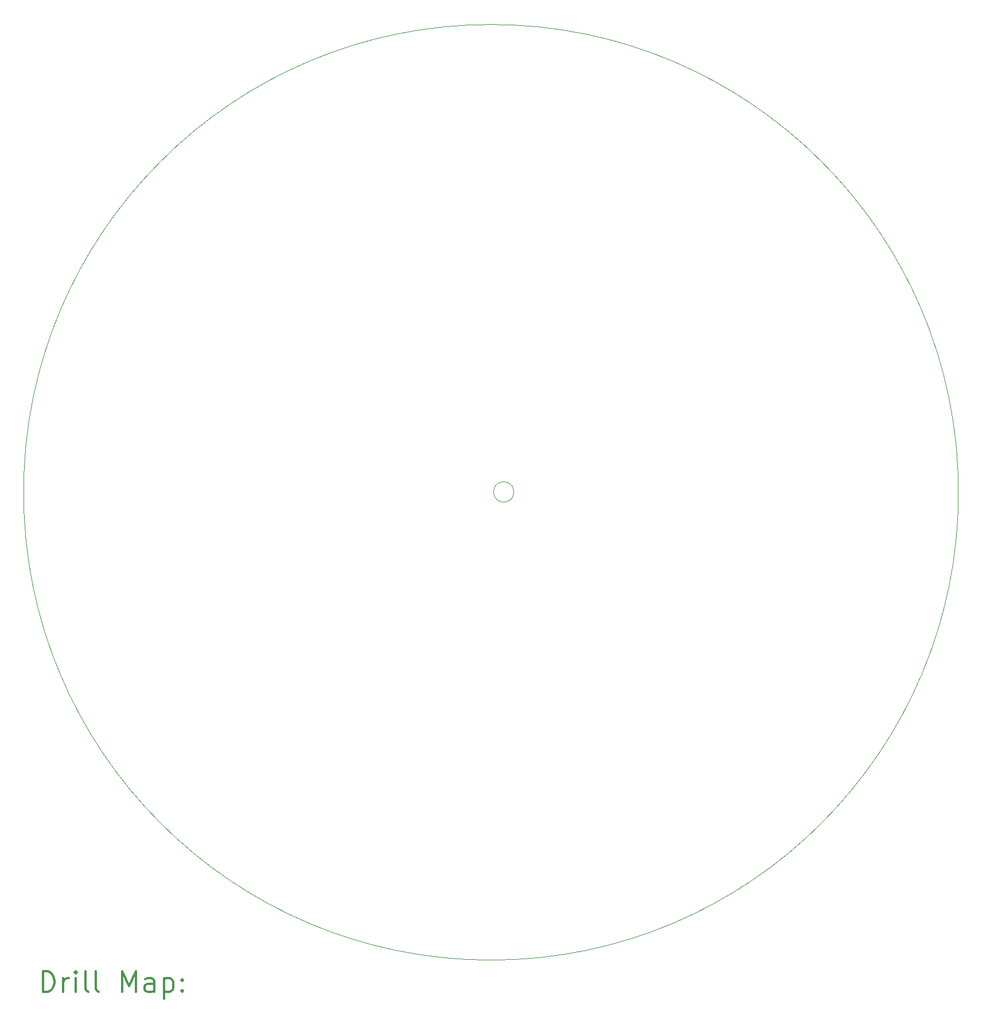
<source format=gbr>
%FSLAX45Y45*%
G04 Gerber Fmt 4.5, Leading zero omitted, Abs format (unit mm)*
G04 Created by KiCad (PCBNEW 5.1.9+dfsg1-1+deb11u1) date 2024-07-30 12:36:22*
%MOMM*%
%LPD*%
G01*
G04 APERTURE LIST*
%TA.AperFunction,Profile*%
%ADD10C,0.050000*%
%TD*%
%ADD11C,0.200000*%
%ADD12C,0.300000*%
G04 APERTURE END LIST*
D10*
X16900000Y-10000000D02*
G75*
G03*
X16900000Y-10000000I-6900000J0D01*
G01*
X10337000Y-9995132D02*
G75*
G03*
X10337000Y-9995132I-150000J0D01*
G01*
D11*
D12*
X3383928Y-17368214D02*
X3383928Y-17068214D01*
X3455357Y-17068214D01*
X3498214Y-17082500D01*
X3526786Y-17111072D01*
X3541071Y-17139643D01*
X3555357Y-17196786D01*
X3555357Y-17239643D01*
X3541071Y-17296786D01*
X3526786Y-17325357D01*
X3498214Y-17353929D01*
X3455357Y-17368214D01*
X3383928Y-17368214D01*
X3683928Y-17368214D02*
X3683928Y-17168214D01*
X3683928Y-17225357D02*
X3698214Y-17196786D01*
X3712500Y-17182500D01*
X3741071Y-17168214D01*
X3769643Y-17168214D01*
X3869643Y-17368214D02*
X3869643Y-17168214D01*
X3869643Y-17068214D02*
X3855357Y-17082500D01*
X3869643Y-17096786D01*
X3883928Y-17082500D01*
X3869643Y-17068214D01*
X3869643Y-17096786D01*
X4055357Y-17368214D02*
X4026786Y-17353929D01*
X4012500Y-17325357D01*
X4012500Y-17068214D01*
X4212500Y-17368214D02*
X4183928Y-17353929D01*
X4169643Y-17325357D01*
X4169643Y-17068214D01*
X4555357Y-17368214D02*
X4555357Y-17068214D01*
X4655357Y-17282500D01*
X4755357Y-17068214D01*
X4755357Y-17368214D01*
X5026786Y-17368214D02*
X5026786Y-17211072D01*
X5012500Y-17182500D01*
X4983928Y-17168214D01*
X4926786Y-17168214D01*
X4898214Y-17182500D01*
X5026786Y-17353929D02*
X4998214Y-17368214D01*
X4926786Y-17368214D01*
X4898214Y-17353929D01*
X4883928Y-17325357D01*
X4883928Y-17296786D01*
X4898214Y-17268214D01*
X4926786Y-17253929D01*
X4998214Y-17253929D01*
X5026786Y-17239643D01*
X5169643Y-17168214D02*
X5169643Y-17468214D01*
X5169643Y-17182500D02*
X5198214Y-17168214D01*
X5255357Y-17168214D01*
X5283928Y-17182500D01*
X5298214Y-17196786D01*
X5312500Y-17225357D01*
X5312500Y-17311072D01*
X5298214Y-17339643D01*
X5283928Y-17353929D01*
X5255357Y-17368214D01*
X5198214Y-17368214D01*
X5169643Y-17353929D01*
X5441071Y-17339643D02*
X5455357Y-17353929D01*
X5441071Y-17368214D01*
X5426786Y-17353929D01*
X5441071Y-17339643D01*
X5441071Y-17368214D01*
X5441071Y-17182500D02*
X5455357Y-17196786D01*
X5441071Y-17211072D01*
X5426786Y-17196786D01*
X5441071Y-17182500D01*
X5441071Y-17211072D01*
M02*

</source>
